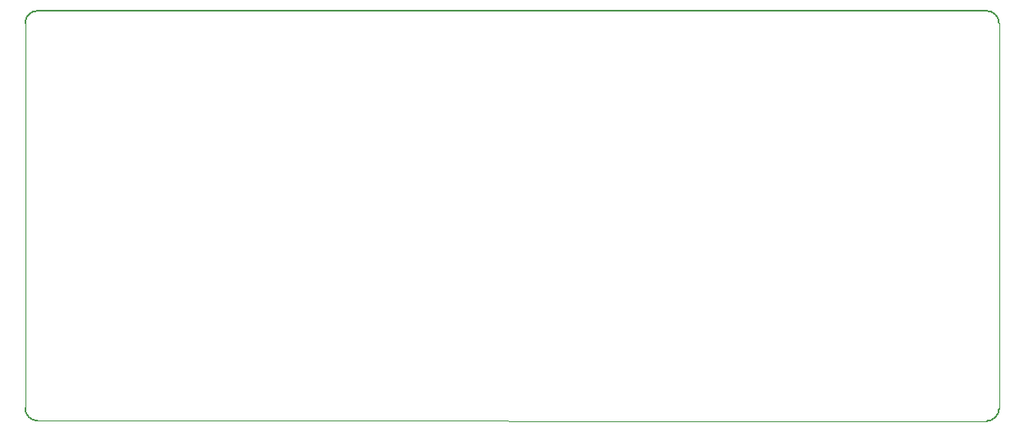
<source format=gbr>
%TF.GenerationSoftware,KiCad,Pcbnew,(6.0.5-0)*%
%TF.CreationDate,2022-06-25T14:04:27+01:00*%
%TF.ProjectId,revised_minh_design,72657669-7365-4645-9f6d-696e685f6465,rev?*%
%TF.SameCoordinates,Original*%
%TF.FileFunction,Profile,NP*%
%FSLAX46Y46*%
G04 Gerber Fmt 4.6, Leading zero omitted, Abs format (unit mm)*
G04 Created by KiCad (PCBNEW (6.0.5-0)) date 2022-06-25 14:04:27*
%MOMM*%
%LPD*%
G01*
G04 APERTURE LIST*
%TA.AperFunction,Profile*%
%ADD10C,0.100000*%
%TD*%
%TA.AperFunction,Profile*%
%ADD11C,0.150000*%
%TD*%
G04 APERTURE END LIST*
D10*
X187198000Y-64379974D02*
X187198000Y-24638000D01*
X88138000Y-65614000D02*
X185928000Y-65649974D01*
X86868000Y-24638000D02*
X86868000Y-64344000D01*
D11*
X185928000Y-23368000D02*
X88138000Y-23368000D01*
X187198000Y-24638000D02*
G75*
G03*
X185928000Y-23368000I-1269999J1D01*
G01*
X185928000Y-65649974D02*
G75*
G03*
X187198000Y-64379974I0J1270000D01*
G01*
X86868000Y-64344000D02*
G75*
G03*
X88138000Y-65614000I1270000J0D01*
G01*
X88138000Y-23368000D02*
G75*
G03*
X86868000Y-24638000I0J-1270000D01*
G01*
M02*

</source>
